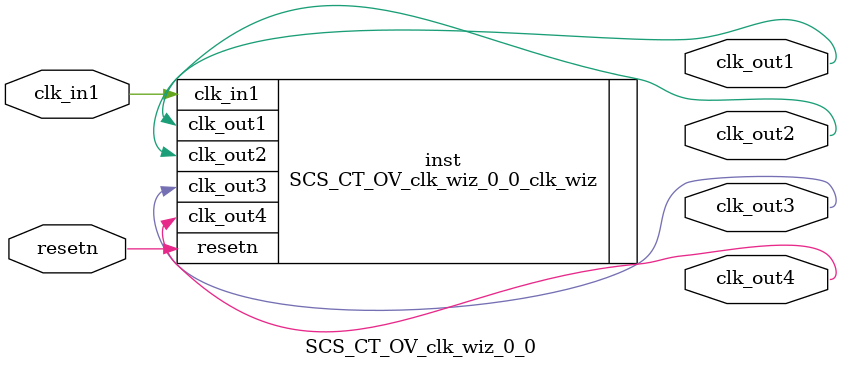
<source format=v>


`timescale 1ps/1ps

(* CORE_GENERATION_INFO = "SCS_CT_OV_clk_wiz_0_0,clk_wiz_v6_0_3_0_0,{component_name=SCS_CT_OV_clk_wiz_0_0,use_phase_alignment=true,use_min_o_jitter=false,use_max_i_jitter=false,use_dyn_phase_shift=false,use_inclk_switchover=false,use_dyn_reconfig=false,enable_axi=0,feedback_source=FDBK_AUTO,PRIMITIVE=MMCM,num_out_clk=4,clkin1_period=10.000,clkin2_period=10.000,use_power_down=false,use_reset=true,use_locked=false,use_inclk_stopped=false,feedback_type=SINGLE,CLOCK_MGR_TYPE=NA,manual_override=false}" *)

module SCS_CT_OV_clk_wiz_0_0 
 (
  // Clock out ports
  output        clk_out1,
  output        clk_out2,
  output        clk_out3,
  output        clk_out4,
  // Status and control signals
  input         resetn,
 // Clock in ports
  input         clk_in1
 );

  SCS_CT_OV_clk_wiz_0_0_clk_wiz inst
  (
  // Clock out ports  
  .clk_out1(clk_out1),
  .clk_out2(clk_out2),
  .clk_out3(clk_out3),
  .clk_out4(clk_out4),
  // Status and control signals               
  .resetn(resetn), 
 // Clock in ports
  .clk_in1(clk_in1)
  );

endmodule

</source>
